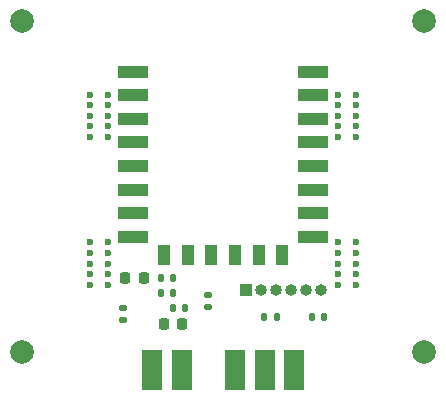
<source format=gbr>
%TF.GenerationSoftware,KiCad,Pcbnew,8.0.2*%
%TF.CreationDate,2024-05-29T23:14:08+09:00*%
%TF.ProjectId,smartlight,736d6172-746c-4696-9768-742e6b696361,rev?*%
%TF.SameCoordinates,Original*%
%TF.FileFunction,Soldermask,Top*%
%TF.FilePolarity,Negative*%
%FSLAX46Y46*%
G04 Gerber Fmt 4.6, Leading zero omitted, Abs format (unit mm)*
G04 Created by KiCad (PCBNEW 8.0.2) date 2024-05-29 23:14:08*
%MOMM*%
%LPD*%
G01*
G04 APERTURE LIST*
G04 Aperture macros list*
%AMRoundRect*
0 Rectangle with rounded corners*
0 $1 Rounding radius*
0 $2 $3 $4 $5 $6 $7 $8 $9 X,Y pos of 4 corners*
0 Add a 4 corners polygon primitive as box body*
4,1,4,$2,$3,$4,$5,$6,$7,$8,$9,$2,$3,0*
0 Add four circle primitives for the rounded corners*
1,1,$1+$1,$2,$3*
1,1,$1+$1,$4,$5*
1,1,$1+$1,$6,$7*
1,1,$1+$1,$8,$9*
0 Add four rect primitives between the rounded corners*
20,1,$1+$1,$2,$3,$4,$5,0*
20,1,$1+$1,$4,$5,$6,$7,0*
20,1,$1+$1,$6,$7,$8,$9,0*
20,1,$1+$1,$8,$9,$2,$3,0*%
G04 Aperture macros list end*
%ADD10C,0.600000*%
%ADD11R,1.700000X3.500000*%
%ADD12C,2.000000*%
%ADD13RoundRect,0.225000X-0.225000X-0.250000X0.225000X-0.250000X0.225000X0.250000X-0.225000X0.250000X0*%
%ADD14RoundRect,0.135000X0.135000X0.185000X-0.135000X0.185000X-0.135000X-0.185000X0.135000X-0.185000X0*%
%ADD15R,2.500000X1.000000*%
%ADD16R,1.000000X1.800000*%
%ADD17RoundRect,0.135000X-0.135000X-0.185000X0.135000X-0.185000X0.135000X0.185000X-0.135000X0.185000X0*%
%ADD18RoundRect,0.135000X-0.185000X0.135000X-0.185000X-0.135000X0.185000X-0.135000X0.185000X0.135000X0*%
%ADD19R,1.000000X1.000000*%
%ADD20O,1.000000X1.000000*%
G04 APERTURE END LIST*
D10*
%TO.C,H4*%
X99750000Y-64280000D03*
X101250000Y-64280000D03*
X99750000Y-63390000D03*
X101250000Y-63390000D03*
X99750000Y-62500000D03*
X101250000Y-62500000D03*
X99750000Y-61610000D03*
X101247128Y-61592199D03*
X99750000Y-60720000D03*
X101250000Y-60720000D03*
%TD*%
%TO.C,H3*%
X99750000Y-51780000D03*
X101250000Y-51780000D03*
X99750000Y-50890000D03*
X101250000Y-50890000D03*
X99750000Y-50000000D03*
X101250000Y-50000000D03*
X99750000Y-49110000D03*
X101247128Y-49092199D03*
X99750000Y-48220000D03*
X101250000Y-48220000D03*
%TD*%
%TO.C,H2*%
X78750000Y-51780000D03*
X80250000Y-51780000D03*
X78750000Y-50890000D03*
X80250000Y-50890000D03*
X78750000Y-50000000D03*
X80250000Y-50000000D03*
X78750000Y-49110000D03*
X80247128Y-49092199D03*
X78750000Y-48220000D03*
X80250000Y-48220000D03*
%TD*%
%TO.C,H1*%
X78750000Y-64280000D03*
X80250000Y-64280000D03*
X78750000Y-63390000D03*
X80250000Y-63390000D03*
X78750000Y-62500000D03*
X80250000Y-62500000D03*
X78750000Y-61610000D03*
X80247128Y-61592199D03*
X78750000Y-60720000D03*
X80250000Y-60720000D03*
%TD*%
D11*
%TO.C,J2*%
X96000000Y-71500000D03*
X93500000Y-71500000D03*
X91000000Y-71500000D03*
X86500000Y-71500000D03*
X84000000Y-71500000D03*
%TD*%
D12*
%TO.C,FID4*%
X107000000Y-70000000D03*
%TD*%
%TO.C,FID3*%
X73000000Y-70000000D03*
%TD*%
%TO.C,FID2*%
X107000000Y-42000000D03*
%TD*%
%TO.C,FID1*%
X73000000Y-42000000D03*
%TD*%
D13*
%TO.C,C1*%
X81725000Y-63750000D03*
X83275000Y-63750000D03*
%TD*%
D14*
%TO.C,R6*%
X85760000Y-63750000D03*
X84740000Y-63750000D03*
%TD*%
D13*
%TO.C,C2*%
X84965000Y-67600000D03*
X86515000Y-67600000D03*
%TD*%
D15*
%TO.C,U1*%
X82400000Y-46250000D03*
X82400000Y-48250000D03*
X82400000Y-50250000D03*
X82400000Y-52250000D03*
X82400000Y-54250000D03*
X82400000Y-56250000D03*
X82400000Y-58250000D03*
X82400000Y-60250000D03*
D16*
X85000000Y-61750000D03*
X87000000Y-61750000D03*
X89000000Y-61750000D03*
X91000000Y-61750000D03*
X93000000Y-61750000D03*
X95000000Y-61750000D03*
D15*
X97600000Y-60250000D03*
X97600000Y-58250000D03*
X97600000Y-56250000D03*
X97600000Y-54250000D03*
X97600000Y-52250000D03*
X97600000Y-50250000D03*
X97600000Y-48250000D03*
X97600000Y-46250000D03*
%TD*%
D17*
%TO.C,R7*%
X93490000Y-67000000D03*
X94510000Y-67000000D03*
%TD*%
D18*
%TO.C,R4*%
X81500000Y-66240000D03*
X81500000Y-67260000D03*
%TD*%
D14*
%TO.C,R3*%
X98510000Y-67000000D03*
X97490000Y-67000000D03*
%TD*%
D19*
%TO.C,J1*%
X91940000Y-64750000D03*
D20*
X93210000Y-64750000D03*
X94480000Y-64750000D03*
X95750000Y-64750000D03*
X97020000Y-64750000D03*
X98290000Y-64750000D03*
%TD*%
D18*
%TO.C,R2*%
X88750000Y-65190000D03*
X88750000Y-66210000D03*
%TD*%
D17*
%TO.C,R5*%
X84740000Y-65000000D03*
X85760000Y-65000000D03*
%TD*%
%TO.C,R1*%
X85740000Y-66250000D03*
X86760000Y-66250000D03*
%TD*%
M02*

</source>
